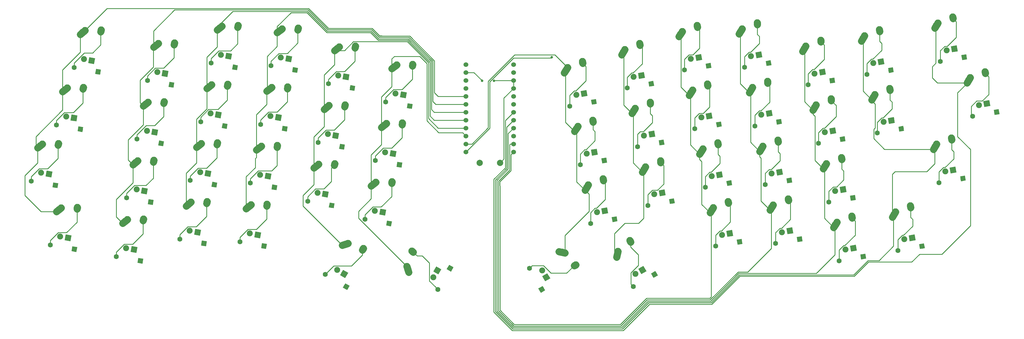
<source format=gtl>
G04 #@! TF.GenerationSoftware,KiCad,Pcbnew,(5.1.4-0-10_14)*
G04 #@! TF.CreationDate,2022-04-16T14:17:43-04:00*
G04 #@! TF.ProjectId,keyboard,6b657962-6f61-4726-942e-6b696361645f,rev?*
G04 #@! TF.SameCoordinates,Original*
G04 #@! TF.FileFunction,Copper,L1,Top*
G04 #@! TF.FilePolarity,Positive*
%FSLAX46Y46*%
G04 Gerber Fmt 4.6, Leading zero omitted, Abs format (unit mm)*
G04 Created by KiCad (PCBNEW (5.1.4-0-10_14)) date 2022-04-16 14:17:43*
%MOMM*%
%LPD*%
G04 APERTURE LIST*
%ADD10C,2.000000*%
%ADD11C,1.905000*%
%ADD12C,0.100000*%
%ADD13C,2.250000*%
%ADD14C,2.250000*%
%ADD15C,1.600000*%
%ADD16C,1.524000*%
%ADD17C,0.800000*%
%ADD18C,0.250000*%
G04 APERTURE END LIST*
D10*
X207626800Y-93726000D03*
X214126800Y-93726000D03*
D11*
X139976441Y-97960898D03*
D12*
G36*
X138873012Y-98733527D02*
G01*
X139203812Y-96857469D01*
X141079870Y-97188269D01*
X140749070Y-99064327D01*
X138873012Y-98733527D01*
X138873012Y-98733527D01*
G37*
D11*
X137475029Y-97519831D03*
D13*
X137840441Y-88364190D03*
X137068630Y-88969360D03*
D14*
X136296817Y-89574530D02*
X137840443Y-88364190D01*
D13*
X142991412Y-88175784D03*
X142921358Y-88457906D03*
D14*
X142851304Y-88740027D02*
X142991412Y-88175785D01*
D11*
X359392027Y-57264954D03*
D12*
G36*
X358619398Y-58368383D02*
G01*
X358288598Y-56492325D01*
X360164656Y-56161525D01*
X360495456Y-58037583D01*
X358619398Y-58368383D01*
X358619398Y-58368383D01*
G37*
D11*
X356890615Y-57706021D03*
D13*
X354102576Y-48977553D03*
X353584291Y-49810203D03*
D14*
X353066004Y-50642852D02*
X354102578Y-48977554D01*
D13*
X358878467Y-47038774D03*
X358909129Y-47327842D03*
D14*
X358939791Y-47616909D02*
X358878467Y-47038775D01*
D11*
X164306652Y-129231809D03*
D12*
G36*
X163005513Y-129580448D02*
G01*
X163958013Y-127930670D01*
X165607791Y-128883170D01*
X164655291Y-130532948D01*
X163005513Y-129580448D01*
X163005513Y-129580448D01*
G37*
D11*
X162106948Y-127961809D03*
D13*
X165581736Y-119483298D03*
X164649490Y-119787997D03*
D14*
X163717243Y-120092695D02*
X165581737Y-119483299D01*
D13*
X170486505Y-121067991D03*
X170324185Y-121309139D03*
D14*
X170161864Y-121550286D02*
X170486506Y-121067992D01*
D11*
X176629377Y-109500932D03*
D12*
G36*
X175525948Y-110273561D02*
G01*
X175856748Y-108397503D01*
X177732806Y-108728303D01*
X177402006Y-110604361D01*
X175525948Y-110273561D01*
X175525948Y-110273561D01*
G37*
D11*
X174127965Y-109059865D03*
D13*
X174493377Y-99904224D03*
X173721566Y-100509394D03*
D14*
X172949753Y-101114564D02*
X174493379Y-99904224D01*
D13*
X179644348Y-99715818D03*
X179574294Y-99997940D03*
D14*
X179504240Y-100280061D02*
X179644348Y-99715819D01*
D11*
X97150315Y-121430779D03*
D12*
G36*
X96046886Y-122203408D02*
G01*
X96377686Y-120327350D01*
X98253744Y-120658150D01*
X97922944Y-122534208D01*
X96046886Y-122203408D01*
X96046886Y-122203408D01*
G37*
D11*
X94648903Y-120989712D03*
D13*
X95014315Y-111834071D03*
X94242504Y-112439241D03*
D14*
X93470691Y-113044411D02*
X95014317Y-111834071D01*
D13*
X100165286Y-111645665D03*
X100095232Y-111927787D03*
D14*
X100025178Y-112209908D02*
X100165286Y-111645666D01*
D11*
X103766310Y-83909604D03*
D12*
G36*
X102662881Y-84682233D02*
G01*
X102993681Y-82806175D01*
X104869739Y-83136975D01*
X104538939Y-85013033D01*
X102662881Y-84682233D01*
X102662881Y-84682233D01*
G37*
D11*
X101264898Y-83468537D03*
D13*
X101630310Y-74312896D03*
X100858499Y-74918066D03*
D14*
X100086686Y-75523236D02*
X101630312Y-74312896D01*
D13*
X106781281Y-74124490D03*
X106711227Y-74406612D03*
D14*
X106641173Y-74688733D02*
X106781281Y-74124491D01*
D15*
X94815524Y-104899194D03*
X102497024Y-106253650D03*
D12*
G36*
X103423789Y-105604722D02*
G01*
X103145952Y-107180415D01*
X101570259Y-106902578D01*
X101848096Y-105326885D01*
X103423789Y-105604722D01*
X103423789Y-105604722D01*
G37*
D15*
X236469516Y-75563216D03*
X244151016Y-74208760D03*
D12*
G36*
X244799944Y-73281995D02*
G01*
X245077781Y-74857688D01*
X243502088Y-75135525D01*
X243224251Y-73559832D01*
X244799944Y-73281995D01*
X244799944Y-73281995D01*
G37*
D15*
X115138946Y-99343922D03*
X122820446Y-100698378D03*
D12*
G36*
X123747211Y-100049450D02*
G01*
X123469374Y-101625143D01*
X121893681Y-101347306D01*
X122171518Y-99771613D01*
X123747211Y-100049450D01*
X123747211Y-100049450D01*
G37*
D15*
X121754941Y-61822747D03*
X129436441Y-63177203D03*
D12*
G36*
X130363206Y-62528275D02*
G01*
X130085369Y-64103968D01*
X128509676Y-63826131D01*
X128787513Y-62250438D01*
X130363206Y-62528275D01*
X130363206Y-62528275D01*
G37*
D15*
X152660121Y-105959918D03*
X160341621Y-107314374D03*
D12*
G36*
X161268386Y-106665446D02*
G01*
X160990549Y-108241139D01*
X159414856Y-107963302D01*
X159692693Y-106387609D01*
X161268386Y-106665446D01*
X161268386Y-106665446D01*
G37*
D15*
X322564574Y-125014238D03*
X330246074Y-123659782D03*
D12*
G36*
X330895002Y-122733017D02*
G01*
X331172839Y-124308710D01*
X329597146Y-124586547D01*
X329319309Y-123010854D01*
X330895002Y-122733017D01*
X330895002Y-122733017D01*
G37*
D15*
X254795984Y-69793199D03*
X262477484Y-68438743D03*
D12*
G36*
X263126412Y-67511978D02*
G01*
X263404249Y-69087671D01*
X261828556Y-69365508D01*
X261550719Y-67789815D01*
X263126412Y-67511978D01*
X263126412Y-67511978D01*
G37*
D15*
X77980784Y-63243022D03*
X85662284Y-64597478D03*
D12*
G36*
X86589049Y-63948550D02*
G01*
X86311212Y-65524243D01*
X84735519Y-65246406D01*
X85013356Y-63670713D01*
X86589049Y-63948550D01*
X86589049Y-63948550D01*
G37*
D15*
X177602584Y-74208760D03*
X185284084Y-75563216D03*
D12*
G36*
X186210849Y-74914288D02*
G01*
X185933012Y-76489981D01*
X184357319Y-76212144D01*
X184635156Y-74636451D01*
X186210849Y-74914288D01*
X186210849Y-74914288D01*
G37*
D15*
X111830948Y-118104510D03*
X119512448Y-119458966D03*
D12*
G36*
X120439213Y-118810038D02*
G01*
X120161376Y-120385731D01*
X118585683Y-120107894D01*
X118863520Y-118532201D01*
X120439213Y-118810038D01*
X120439213Y-118810038D01*
G37*
D15*
X331401169Y-65424477D03*
X339082669Y-64070021D03*
D12*
G36*
X339731597Y-63143256D02*
G01*
X340009434Y-64718949D01*
X338433741Y-64996786D01*
X338155904Y-63421093D01*
X339731597Y-63143256D01*
X339731597Y-63143256D01*
G37*
D15*
X256756801Y-133296440D03*
X263511799Y-129396440D03*
D12*
G36*
X263804619Y-128303620D02*
G01*
X264604619Y-129689260D01*
X263218979Y-130489260D01*
X262418979Y-129103620D01*
X263804619Y-128303620D01*
X263804619Y-128303620D01*
G37*
D15*
X319256576Y-106253650D03*
X326938076Y-104899194D03*
D12*
G36*
X327587004Y-103972429D02*
G01*
X327864841Y-105548122D01*
X326289148Y-105825959D01*
X326011311Y-104250266D01*
X327587004Y-103972429D01*
X327587004Y-103972429D01*
G37*
D15*
X64329568Y-99523698D03*
X72011068Y-100878154D03*
D12*
G36*
X72937833Y-100229226D02*
G01*
X72659996Y-101804919D01*
X71084303Y-101527082D01*
X71362140Y-99951389D01*
X72937833Y-100229226D01*
X72937833Y-100229226D01*
G37*
D15*
X354432679Y-100051154D03*
X362114179Y-98696698D03*
D12*
G36*
X362763107Y-97769933D02*
G01*
X363040944Y-99345626D01*
X361465251Y-99623463D01*
X361187414Y-98047770D01*
X362763107Y-97769933D01*
X362763107Y-97769933D01*
G37*
D15*
X315948579Y-87493063D03*
X323630079Y-86138607D03*
D12*
G36*
X324279007Y-85211842D02*
G01*
X324556844Y-86787535D01*
X322981151Y-87065372D01*
X322703314Y-85489679D01*
X324279007Y-85211842D01*
X324279007Y-85211842D01*
G37*
D15*
X118446944Y-80583335D03*
X126128444Y-81937791D03*
D12*
G36*
X127055209Y-81288863D02*
G01*
X126777372Y-82864556D01*
X125201679Y-82586719D01*
X125479516Y-81011026D01*
X127055209Y-81288863D01*
X127055209Y-81288863D01*
G37*
D15*
X341325162Y-121706240D03*
X349006662Y-120351784D03*
D12*
G36*
X349655590Y-119425019D02*
G01*
X349933427Y-121000712D01*
X348357734Y-121278549D01*
X348079897Y-119702856D01*
X349655590Y-119425019D01*
X349655590Y-119425019D01*
G37*
D15*
X159276116Y-68438743D03*
X166957616Y-69793199D03*
D12*
G36*
X167884381Y-69144271D02*
G01*
X167606544Y-70719964D01*
X166030851Y-70442127D01*
X166308688Y-68866434D01*
X167884381Y-69144271D01*
X167884381Y-69144271D01*
G37*
D15*
X334709167Y-84185065D03*
X342390667Y-82830609D03*
D12*
G36*
X343039595Y-81903844D02*
G01*
X343317432Y-83479537D01*
X341741739Y-83757374D01*
X341463902Y-82181681D01*
X343039595Y-81903844D01*
X343039595Y-81903844D01*
G37*
D15*
X101431519Y-67378019D03*
X109113019Y-68732475D03*
D12*
G36*
X110039784Y-68083547D02*
G01*
X109761947Y-69659240D01*
X108186254Y-69381403D01*
X108464091Y-67805710D01*
X110039784Y-68083547D01*
X110039784Y-68083547D01*
G37*
D15*
X312640581Y-68732475D03*
X320322081Y-67378019D03*
D12*
G36*
X320971009Y-66451254D02*
G01*
X321248846Y-68026947D01*
X319673153Y-68304784D01*
X319395316Y-66729091D01*
X320971009Y-66451254D01*
X320971009Y-66451254D01*
G37*
D15*
X292317159Y-63177203D03*
X299998659Y-61822747D03*
D12*
G36*
X300647587Y-60895982D02*
G01*
X300925424Y-62471675D01*
X299349731Y-62749512D01*
X299071894Y-61173819D01*
X300647587Y-60895982D01*
X300647587Y-60895982D01*
G37*
D15*
X243085511Y-113084391D03*
X250767011Y-111729935D03*
D12*
G36*
X251415939Y-110803170D02*
G01*
X251693776Y-112378863D01*
X250118083Y-112656700D01*
X249840246Y-111081007D01*
X251415939Y-110803170D01*
X251415939Y-110803170D01*
G37*
D15*
X131025655Y-118950489D03*
X138707155Y-120304945D03*
D12*
G36*
X139633920Y-119656017D02*
G01*
X139356083Y-121231710D01*
X137780390Y-120953873D01*
X138058227Y-119378180D01*
X139633920Y-119656017D01*
X139633920Y-119656017D01*
G37*
D15*
X261411979Y-107314374D03*
X269093479Y-105959918D03*
D12*
G36*
X269742407Y-105033153D02*
G01*
X270020244Y-106608846D01*
X268444551Y-106886683D01*
X268166714Y-105310990D01*
X269742407Y-105033153D01*
X269742407Y-105033153D01*
G37*
D15*
X283046445Y-120304945D03*
X290727945Y-118950489D03*
D12*
G36*
X291376873Y-118023724D02*
G01*
X291654710Y-119599417D01*
X290079017Y-119877254D01*
X289801180Y-118301561D01*
X291376873Y-118023724D01*
X291376873Y-118023724D01*
G37*
D15*
X295625157Y-81937791D03*
X303306657Y-80583335D03*
D12*
G36*
X303955585Y-79656570D02*
G01*
X304233422Y-81232263D01*
X302657729Y-81510100D01*
X302379892Y-79934407D01*
X303955585Y-79656570D01*
X303955585Y-79656570D01*
G37*
D15*
X276430450Y-82783770D03*
X284111950Y-81429314D03*
D12*
G36*
X284760878Y-80502549D02*
G01*
X285038715Y-82078242D01*
X283463022Y-82356079D01*
X283185185Y-80780386D01*
X284760878Y-80502549D01*
X284760878Y-80502549D01*
G37*
D15*
X258103982Y-88553787D03*
X265785482Y-87199331D03*
D12*
G36*
X266434410Y-86272566D02*
G01*
X266712247Y-87848259D01*
X265136554Y-88126096D01*
X264858717Y-86550403D01*
X266434410Y-86272566D01*
X266434410Y-86272566D01*
G37*
D15*
X273122452Y-64023182D03*
X280803952Y-62668726D03*
D12*
G36*
X281452880Y-61741961D02*
G01*
X281730717Y-63317654D01*
X280155024Y-63595491D01*
X279877187Y-62019798D01*
X281452880Y-61741961D01*
X281452880Y-61741961D01*
G37*
D15*
X239777514Y-94323804D03*
X247459014Y-92969348D03*
D12*
G36*
X248107942Y-92042583D02*
G01*
X248385779Y-93618276D01*
X246810086Y-93896113D01*
X246532249Y-92320420D01*
X248107942Y-92042583D01*
X248107942Y-92042583D01*
G37*
D15*
X174294587Y-92969348D03*
X181976087Y-94323804D03*
D12*
G36*
X182902852Y-93674876D02*
G01*
X182625015Y-95250569D01*
X181049322Y-94972732D01*
X181327159Y-93397039D01*
X182902852Y-93674876D01*
X182902852Y-93674876D01*
G37*
D15*
X155968119Y-87199331D03*
X163649619Y-88553787D03*
D12*
G36*
X164576384Y-87904859D02*
G01*
X164298547Y-89480552D01*
X162722854Y-89202715D01*
X163000691Y-87627022D01*
X164576384Y-87904859D01*
X164576384Y-87904859D01*
G37*
D15*
X365195122Y-78809569D03*
X372876622Y-77455113D03*
D12*
G36*
X373525550Y-76528348D02*
G01*
X373803387Y-78104041D01*
X372227694Y-78381878D01*
X371949857Y-76806185D01*
X373525550Y-76528348D01*
X373525550Y-76528348D01*
G37*
D15*
X140949648Y-62668726D03*
X148631148Y-64023182D03*
D12*
G36*
X149557913Y-63374254D02*
G01*
X149280076Y-64949947D01*
X147704383Y-64672110D01*
X147982220Y-63096417D01*
X149557913Y-63374254D01*
X149557913Y-63374254D01*
G37*
D15*
X302241152Y-119458966D03*
X309922652Y-118104510D03*
D12*
G36*
X310571580Y-117177745D02*
G01*
X310849417Y-118753438D01*
X309273724Y-119031275D01*
X308995887Y-117455582D01*
X310571580Y-117177745D01*
X310571580Y-117177745D01*
G37*
D15*
X298933154Y-100698378D03*
X306614654Y-99343922D03*
D12*
G36*
X307263582Y-98417157D02*
G01*
X307541419Y-99992850D01*
X305965726Y-100270687D01*
X305687889Y-98694994D01*
X307263582Y-98417157D01*
X307263582Y-98417157D01*
G37*
D15*
X137641651Y-81429314D03*
X145323151Y-82783770D03*
D12*
G36*
X146249916Y-82134842D02*
G01*
X145972079Y-83710535D01*
X144396386Y-83432698D01*
X144674223Y-81857005D01*
X146249916Y-82134842D01*
X146249916Y-82134842D01*
G37*
D15*
X70401865Y-119938285D03*
X78083365Y-121292741D03*
D12*
G36*
X79010130Y-120643813D02*
G01*
X78732293Y-122219506D01*
X77156600Y-121941669D01*
X77434437Y-120365976D01*
X79010130Y-120643813D01*
X79010130Y-120643813D01*
G37*
D15*
X194268347Y-134169132D03*
X198168347Y-127414134D03*
D12*
G36*
X197875527Y-126321314D02*
G01*
X199261167Y-127121314D01*
X198461167Y-128506954D01*
X197075527Y-127706954D01*
X197875527Y-126321314D01*
X197875527Y-126321314D01*
G37*
D15*
X279738447Y-101544357D03*
X287419947Y-100189901D03*
D12*
G36*
X288068875Y-99263136D02*
G01*
X288346712Y-100838829D01*
X286771019Y-101116666D01*
X286493182Y-99540973D01*
X288068875Y-99263136D01*
X288068875Y-99263136D01*
G37*
D15*
X72327713Y-81590110D03*
X80009213Y-82944566D03*
D12*
G36*
X80935978Y-82295638D02*
G01*
X80658141Y-83871331D01*
X79082448Y-83593494D01*
X79360285Y-82017801D01*
X80935978Y-82295638D01*
X80935978Y-82295638D01*
G37*
D15*
X134333653Y-100189901D03*
X142015153Y-101544357D03*
D12*
G36*
X142941918Y-100895429D02*
G01*
X142664081Y-102471122D01*
X141088388Y-102193285D01*
X141366225Y-100617592D01*
X142941918Y-100895429D01*
X142941918Y-100895429D01*
G37*
D15*
X354851904Y-61289480D03*
X362533404Y-59935024D03*
D12*
G36*
X363182332Y-59008259D02*
G01*
X363460169Y-60583952D01*
X361884476Y-60861789D01*
X361606639Y-59286096D01*
X363182332Y-59008259D01*
X363182332Y-59008259D01*
G37*
D15*
X158241801Y-129396440D03*
X164996799Y-133296440D03*
D12*
G36*
X166089619Y-133003620D02*
G01*
X165289619Y-134389260D01*
X163903979Y-133589260D01*
X164703979Y-132203620D01*
X166089619Y-133003620D01*
X166089619Y-133003620D01*
G37*
D15*
X170986589Y-111729935D03*
X178668089Y-113084391D03*
D12*
G36*
X179594854Y-112435463D02*
G01*
X179317017Y-114011156D01*
X177741324Y-113733319D01*
X178019161Y-112157626D01*
X179594854Y-112435463D01*
X179594854Y-112435463D01*
G37*
D15*
X91507526Y-123659782D03*
X99189026Y-125014238D03*
D12*
G36*
X100115791Y-124365310D02*
G01*
X99837954Y-125941003D01*
X98262261Y-125663166D01*
X98540098Y-124087473D01*
X100115791Y-124365310D01*
X100115791Y-124365310D01*
G37*
D15*
X223585253Y-127414134D03*
X227485253Y-134169132D03*
D12*
G36*
X228578073Y-134461952D02*
G01*
X227192433Y-135261952D01*
X226392433Y-133876312D01*
X227778073Y-133076312D01*
X228578073Y-134461952D01*
X228578073Y-134461952D01*
G37*
D15*
X98123522Y-86138607D03*
X105805022Y-87493063D03*
D12*
G36*
X106731787Y-86844135D02*
G01*
X106453950Y-88419828D01*
X104878257Y-88141991D01*
X105156094Y-86566298D01*
X106731787Y-86844135D01*
X106731787Y-86844135D01*
G37*
D11*
X107074308Y-65149016D03*
D12*
G36*
X105970879Y-65921645D02*
G01*
X106301679Y-64045587D01*
X108177737Y-64376387D01*
X107846937Y-66252445D01*
X105970879Y-65921645D01*
X105970879Y-65921645D01*
G37*
D11*
X104572896Y-64707949D03*
D13*
X104938308Y-55552308D03*
X104166497Y-56157478D03*
D14*
X103394684Y-56762648D02*
X104938310Y-55552308D01*
D13*
X110089279Y-55363902D03*
X110019225Y-55646024D03*
D14*
X109949171Y-55928145D02*
X110089279Y-55363903D01*
D11*
X194103716Y-128104281D03*
D12*
G36*
X194452355Y-129405420D02*
G01*
X192802577Y-128452920D01*
X193755077Y-126803142D01*
X195404855Y-127755642D01*
X194452355Y-129405420D01*
X194452355Y-129405420D01*
G37*
D11*
X192833716Y-130303985D03*
D13*
X184355205Y-126829197D03*
X184659904Y-127761443D03*
D14*
X184964602Y-128693690D02*
X184355206Y-126829196D01*
D13*
X185939898Y-121924428D03*
X186181046Y-122086748D03*
D14*
X186422193Y-122249069D02*
X185939899Y-121924427D01*
D11*
X228919884Y-130303985D03*
D12*
G36*
X227618745Y-129955346D02*
G01*
X229268523Y-129002846D01*
X230221023Y-130652624D01*
X228571245Y-131605124D01*
X227618745Y-129955346D01*
X227618745Y-129955346D01*
G37*
D11*
X227649884Y-128104281D03*
D13*
X234898395Y-122499069D03*
X233938697Y-122296823D03*
D14*
X232978998Y-122094576D02*
X234898396Y-122499070D01*
D13*
X238353702Y-126323838D03*
X238092555Y-126451517D03*
D14*
X237831407Y-126579197D02*
X238353703Y-126323837D01*
D11*
X345865285Y-117681714D03*
D12*
G36*
X345092656Y-118785143D02*
G01*
X344761856Y-116909085D01*
X346637914Y-116578285D01*
X346968714Y-118454343D01*
X345092656Y-118785143D01*
X345092656Y-118785143D01*
G37*
D11*
X343363873Y-118122781D03*
D13*
X340575834Y-109394313D03*
X340057549Y-110226963D03*
D14*
X339539262Y-111059612D02*
X340575836Y-109394314D01*
D13*
X345351725Y-107455534D03*
X345382387Y-107744602D03*
D14*
X345413049Y-108033669D02*
X345351725Y-107455535D01*
D16*
X203268200Y-62278400D03*
X203268200Y-64818400D03*
X203268200Y-67358400D03*
X203268200Y-69898400D03*
X203268200Y-72438400D03*
X203268200Y-74978400D03*
X203268200Y-77518400D03*
X203268200Y-80058400D03*
X203268200Y-82598400D03*
X203268200Y-85138400D03*
X203268200Y-87678400D03*
X203268200Y-90218400D03*
X218488200Y-90218400D03*
X218488200Y-87678400D03*
X218488200Y-85138400D03*
X218488200Y-82598400D03*
X218488200Y-80058400D03*
X218488200Y-77518400D03*
X218488200Y-74978400D03*
X218488200Y-72438400D03*
X218488200Y-69898400D03*
X218488200Y-67358400D03*
X218488200Y-64818400D03*
X218488200Y-62278400D03*
D11*
X100458312Y-102670191D03*
D12*
G36*
X99354883Y-103442820D02*
G01*
X99685683Y-101566762D01*
X101561741Y-101897562D01*
X101230941Y-103773620D01*
X99354883Y-103442820D01*
X99354883Y-103442820D01*
G37*
D11*
X97956900Y-102229124D03*
D13*
X98322312Y-93073483D03*
X97550501Y-93678653D03*
D14*
X96778688Y-94283823D02*
X98322314Y-93073483D01*
D13*
X103473283Y-92885077D03*
X103403229Y-93167199D03*
D14*
X103333175Y-93449320D02*
X103473283Y-92885078D01*
D11*
X241009639Y-71538690D03*
D12*
G36*
X240237010Y-72642119D02*
G01*
X239906210Y-70766061D01*
X241782268Y-70435261D01*
X242113068Y-72311319D01*
X240237010Y-72642119D01*
X240237010Y-72642119D01*
G37*
D11*
X238508227Y-71979757D03*
D13*
X235720188Y-63251289D03*
X235201903Y-64083939D03*
D14*
X234683616Y-64916588D02*
X235720190Y-63251290D01*
D13*
X240496079Y-61312510D03*
X240526741Y-61601578D03*
D14*
X240557403Y-61890645D02*
X240496079Y-61312511D01*
D11*
X120781734Y-97114919D03*
D12*
G36*
X119678305Y-97887548D02*
G01*
X120009105Y-96011490D01*
X121885163Y-96342290D01*
X121554363Y-98218348D01*
X119678305Y-97887548D01*
X119678305Y-97887548D01*
G37*
D11*
X118280322Y-96673852D03*
D13*
X118645734Y-87518211D03*
X117873923Y-88123381D03*
D14*
X117102110Y-88728551D02*
X118645736Y-87518211D01*
D13*
X123796705Y-87329805D03*
X123726651Y-87611927D03*
D14*
X123656597Y-87894048D02*
X123796705Y-87329806D01*
D11*
X127397730Y-59593744D03*
D12*
G36*
X126294301Y-60366373D02*
G01*
X126625101Y-58490315D01*
X128501159Y-58821115D01*
X128170359Y-60697173D01*
X126294301Y-60366373D01*
X126294301Y-60366373D01*
G37*
D11*
X124896318Y-59152677D03*
D13*
X125261730Y-49997036D03*
X124489919Y-50602206D03*
D14*
X123718106Y-51207376D02*
X125261732Y-49997036D01*
D13*
X130412701Y-49808630D03*
X130342647Y-50090752D03*
D14*
X130272593Y-50372873D02*
X130412701Y-49808631D01*
D11*
X158302909Y-103730915D03*
D12*
G36*
X157199480Y-104503544D02*
G01*
X157530280Y-102627486D01*
X159406338Y-102958286D01*
X159075538Y-104834344D01*
X157199480Y-104503544D01*
X157199480Y-104503544D01*
G37*
D11*
X155801497Y-103289848D03*
D13*
X156166909Y-94134207D03*
X155395098Y-94739377D03*
D14*
X154623285Y-95344547D02*
X156166911Y-94134207D01*
D13*
X161317880Y-93945801D03*
X161247826Y-94227923D03*
D14*
X161177772Y-94510044D02*
X161317880Y-93945802D01*
D11*
X327104697Y-120989712D03*
D12*
G36*
X326332068Y-122093141D02*
G01*
X326001268Y-120217083D01*
X327877326Y-119886283D01*
X328208126Y-121762341D01*
X326332068Y-122093141D01*
X326332068Y-122093141D01*
G37*
D11*
X324603285Y-121430779D03*
D13*
X321815246Y-112702311D03*
X321296961Y-113534961D03*
D14*
X320778674Y-114367610D02*
X321815248Y-112702312D01*
D13*
X326591137Y-110763532D03*
X326621799Y-111052600D03*
D14*
X326652461Y-111341667D02*
X326591137Y-110763533D01*
D11*
X259336107Y-65768673D03*
D12*
G36*
X258563478Y-66872102D02*
G01*
X258232678Y-64996044D01*
X260108736Y-64665244D01*
X260439536Y-66541302D01*
X258563478Y-66872102D01*
X258563478Y-66872102D01*
G37*
D11*
X256834695Y-66209740D03*
D13*
X254046656Y-57481272D03*
X253528371Y-58313922D03*
D14*
X253010084Y-59146571D02*
X254046658Y-57481273D01*
D13*
X258822547Y-55542493D03*
X258853209Y-55831561D03*
D14*
X258883871Y-56120628D02*
X258822547Y-55542494D01*
D11*
X83623573Y-61014019D03*
D12*
G36*
X82520144Y-61786648D02*
G01*
X82850944Y-59910590D01*
X84727002Y-60241390D01*
X84396202Y-62117448D01*
X82520144Y-61786648D01*
X82520144Y-61786648D01*
G37*
D11*
X81122161Y-60572952D03*
D13*
X81487573Y-51417311D03*
X80715762Y-52022481D03*
D14*
X79943949Y-52627651D02*
X81487575Y-51417311D01*
D13*
X86638544Y-51228905D03*
X86568490Y-51511027D03*
D14*
X86498436Y-51793148D02*
X86638544Y-51228906D01*
D11*
X183245373Y-71979757D03*
D12*
G36*
X182141944Y-72752386D02*
G01*
X182472744Y-70876328D01*
X184348802Y-71207128D01*
X184018002Y-73083186D01*
X182141944Y-72752386D01*
X182141944Y-72752386D01*
G37*
D11*
X180743961Y-71538690D03*
D13*
X181109373Y-62383049D03*
X180337562Y-62988219D03*
D14*
X179565749Y-63593389D02*
X181109375Y-62383049D01*
D13*
X186260344Y-62194643D03*
X186190290Y-62476765D03*
D14*
X186120236Y-62758886D02*
X186260344Y-62194644D01*
D11*
X117473737Y-115875507D03*
D12*
G36*
X116370308Y-116648136D02*
G01*
X116701108Y-114772078D01*
X118577166Y-115102878D01*
X118246366Y-116978936D01*
X116370308Y-116648136D01*
X116370308Y-116648136D01*
G37*
D11*
X114972325Y-115434440D03*
D13*
X115337737Y-106278799D03*
X114565926Y-106883969D03*
D14*
X113794113Y-107489139D02*
X115337739Y-106278799D01*
D13*
X120488708Y-106090393D03*
X120418654Y-106372515D03*
D14*
X120348600Y-106654636D02*
X120488708Y-106090394D01*
D11*
X335941292Y-61399951D03*
D12*
G36*
X335168663Y-62503380D02*
G01*
X334837863Y-60627322D01*
X336713921Y-60296522D01*
X337044721Y-62172580D01*
X335168663Y-62503380D01*
X335168663Y-62503380D01*
G37*
D11*
X333439880Y-61841018D03*
D13*
X330651841Y-53112550D03*
X330133556Y-53945200D03*
D14*
X329615269Y-54777849D02*
X330651843Y-53112551D01*
D13*
X335427732Y-51173771D03*
X335458394Y-51462839D03*
D14*
X335489056Y-51751906D02*
X335427732Y-51173772D01*
D11*
X259646652Y-127961809D03*
D12*
G36*
X259298013Y-129262948D02*
G01*
X258345513Y-127613170D01*
X259995291Y-126660670D01*
X260947791Y-128310448D01*
X259298013Y-129262948D01*
X259298013Y-129262948D01*
G37*
D11*
X257446948Y-129231809D03*
D13*
X251841736Y-121983298D03*
X251639490Y-122942996D03*
D14*
X251437243Y-123902695D02*
X251841737Y-121983297D01*
D13*
X255666505Y-118527991D03*
X255794184Y-118789138D03*
D14*
X255921864Y-119050286D02*
X255666504Y-118527990D01*
D11*
X323796700Y-102229124D03*
D12*
G36*
X323024071Y-103332553D02*
G01*
X322693271Y-101456495D01*
X324569329Y-101125695D01*
X324900129Y-103001753D01*
X323024071Y-103332553D01*
X323024071Y-103332553D01*
G37*
D11*
X321295288Y-102670191D03*
D13*
X318507249Y-93941723D03*
X317988964Y-94774373D03*
D14*
X317470677Y-95607022D02*
X318507251Y-93941724D01*
D13*
X323283140Y-92002944D03*
X323313802Y-92292012D03*
D14*
X323344464Y-92581079D02*
X323283140Y-92002945D01*
D11*
X69972357Y-97294695D03*
D12*
G36*
X68868928Y-98067324D02*
G01*
X69199728Y-96191266D01*
X71075786Y-96522066D01*
X70744986Y-98398124D01*
X68868928Y-98067324D01*
X68868928Y-98067324D01*
G37*
D11*
X67470945Y-96853628D03*
D13*
X67836357Y-87697987D03*
X67064546Y-88303157D03*
D14*
X66292733Y-88908327D02*
X67836359Y-87697987D01*
D13*
X72987328Y-87509581D03*
X72917274Y-87791703D03*
D14*
X72847220Y-88073824D02*
X72987328Y-87509582D01*
D11*
X358972802Y-96026628D03*
D12*
G36*
X358200173Y-97130057D02*
G01*
X357869373Y-95253999D01*
X359745431Y-94923199D01*
X360076231Y-96799257D01*
X358200173Y-97130057D01*
X358200173Y-97130057D01*
G37*
D11*
X356471390Y-96467695D03*
D13*
X353683351Y-87739227D03*
X353165066Y-88571877D03*
D14*
X352646779Y-89404526D02*
X353683353Y-87739228D01*
D13*
X358459242Y-85800448D03*
X358489904Y-86089516D03*
D14*
X358520566Y-86378583D02*
X358459242Y-85800449D01*
D11*
X320488702Y-83468537D03*
D12*
G36*
X319716073Y-84571966D02*
G01*
X319385273Y-82695908D01*
X321261331Y-82365108D01*
X321592131Y-84241166D01*
X319716073Y-84571966D01*
X319716073Y-84571966D01*
G37*
D11*
X317987290Y-83909604D03*
D13*
X315199251Y-75181136D03*
X314680966Y-76013786D03*
D14*
X314162679Y-76846435D02*
X315199253Y-75181137D01*
D13*
X319975142Y-73242357D03*
X320005804Y-73531425D03*
D14*
X320036466Y-73820492D02*
X319975142Y-73242358D01*
D11*
X124089732Y-78354332D03*
D12*
G36*
X122986303Y-79126961D02*
G01*
X123317103Y-77250903D01*
X125193161Y-77581703D01*
X124862361Y-79457761D01*
X122986303Y-79126961D01*
X122986303Y-79126961D01*
G37*
D11*
X121588320Y-77913265D03*
D13*
X121953732Y-68757624D03*
X121181921Y-69362794D03*
D14*
X120410108Y-69967964D02*
X121953734Y-68757624D01*
D13*
X127104703Y-68569218D03*
X127034649Y-68851340D03*
D14*
X126964595Y-69133461D02*
X127104703Y-68569219D01*
D11*
X164918905Y-66209740D03*
D12*
G36*
X163815476Y-66982369D02*
G01*
X164146276Y-65106311D01*
X166022334Y-65437111D01*
X165691534Y-67313169D01*
X163815476Y-66982369D01*
X163815476Y-66982369D01*
G37*
D11*
X162417493Y-65768673D03*
D13*
X162782905Y-56613032D03*
X162011094Y-57218202D03*
D14*
X161239281Y-57823372D02*
X162782907Y-56613032D01*
D13*
X167933876Y-56424626D03*
X167863822Y-56706748D03*
D14*
X167793768Y-56988869D02*
X167933876Y-56424627D01*
D11*
X339249290Y-80160539D03*
D12*
G36*
X338476661Y-81263968D02*
G01*
X338145861Y-79387910D01*
X340021919Y-79057110D01*
X340352719Y-80933168D01*
X338476661Y-81263968D01*
X338476661Y-81263968D01*
G37*
D11*
X336747878Y-80601606D03*
D13*
X333959839Y-71873138D03*
X333441554Y-72705788D03*
D14*
X332923267Y-73538437D02*
X333959841Y-71873139D01*
D13*
X338735730Y-69934359D03*
X338766392Y-70223427D03*
D14*
X338797054Y-70512494D02*
X338735730Y-69934360D01*
D11*
X317180704Y-64707949D03*
D12*
G36*
X316408075Y-65811378D02*
G01*
X316077275Y-63935320D01*
X317953333Y-63604520D01*
X318284133Y-65480578D01*
X316408075Y-65811378D01*
X316408075Y-65811378D01*
G37*
D11*
X314679292Y-65149016D03*
D13*
X311891253Y-56420548D03*
X311372968Y-57253198D03*
D14*
X310854681Y-58085847D02*
X311891255Y-56420549D01*
D13*
X316667144Y-54481769D03*
X316697806Y-54770837D03*
D14*
X316728468Y-55059904D02*
X316667144Y-54481770D01*
D11*
X296857282Y-59152677D03*
D12*
G36*
X296084653Y-60256106D02*
G01*
X295753853Y-58380048D01*
X297629911Y-58049248D01*
X297960711Y-59925306D01*
X296084653Y-60256106D01*
X296084653Y-60256106D01*
G37*
D11*
X294355870Y-59593744D03*
D13*
X291567831Y-50865276D03*
X291049546Y-51697926D03*
D14*
X290531259Y-52530575D02*
X291567833Y-50865277D01*
D13*
X296343722Y-48926497D03*
X296374384Y-49215565D03*
D14*
X296405046Y-49504632D02*
X296343722Y-48926498D01*
D11*
X247625635Y-109059865D03*
D12*
G36*
X246853006Y-110163294D02*
G01*
X246522206Y-108287236D01*
X248398264Y-107956436D01*
X248729064Y-109832494D01*
X246853006Y-110163294D01*
X246853006Y-110163294D01*
G37*
D11*
X245124223Y-109500932D03*
D13*
X242336184Y-100772464D03*
X241817899Y-101605114D03*
D14*
X241299612Y-102437763D02*
X242336186Y-100772465D01*
D13*
X247112075Y-98833685D03*
X247142737Y-99122753D03*
D14*
X247173399Y-99411820D02*
X247112075Y-98833686D01*
D11*
X136668444Y-116721486D03*
D12*
G36*
X135565015Y-117494115D02*
G01*
X135895815Y-115618057D01*
X137771873Y-115948857D01*
X137441073Y-117824915D01*
X135565015Y-117494115D01*
X135565015Y-117494115D01*
G37*
D11*
X134167032Y-116280419D03*
D13*
X134532444Y-107124778D03*
X133760633Y-107729948D03*
D14*
X132988820Y-108335118D02*
X134532446Y-107124778D01*
D13*
X139683415Y-106936372D03*
X139613361Y-107218494D03*
D14*
X139543307Y-107500615D02*
X139683415Y-106936373D01*
D11*
X265952103Y-103289848D03*
D12*
G36*
X265179474Y-104393277D02*
G01*
X264848674Y-102517219D01*
X266724732Y-102186419D01*
X267055532Y-104062477D01*
X265179474Y-104393277D01*
X265179474Y-104393277D01*
G37*
D11*
X263450691Y-103730915D03*
D13*
X260662652Y-95002447D03*
X260144367Y-95835097D03*
D14*
X259626080Y-96667746D02*
X260662654Y-95002448D01*
D13*
X265438543Y-93063668D03*
X265469205Y-93352736D03*
D14*
X265499867Y-93641803D02*
X265438543Y-93063669D01*
D11*
X287586568Y-116280419D03*
D12*
G36*
X286813939Y-117383848D02*
G01*
X286483139Y-115507790D01*
X288359197Y-115176990D01*
X288689997Y-117053048D01*
X286813939Y-117383848D01*
X286813939Y-117383848D01*
G37*
D11*
X285085156Y-116721486D03*
D13*
X282297117Y-107993018D03*
X281778832Y-108825668D03*
D14*
X281260545Y-109658317D02*
X282297119Y-107993019D01*
D13*
X287073008Y-106054239D03*
X287103670Y-106343307D03*
D14*
X287134332Y-106632374D02*
X287073008Y-106054240D01*
D11*
X300165280Y-77913265D03*
D12*
G36*
X299392651Y-79016694D02*
G01*
X299061851Y-77140636D01*
X300937909Y-76809836D01*
X301268709Y-78685894D01*
X299392651Y-79016694D01*
X299392651Y-79016694D01*
G37*
D11*
X297663868Y-78354332D03*
D13*
X294875829Y-69625864D03*
X294357544Y-70458514D03*
D14*
X293839257Y-71291163D02*
X294875831Y-69625865D01*
D13*
X299651720Y-67687085D03*
X299682382Y-67976153D03*
D14*
X299713044Y-68265220D02*
X299651720Y-67687086D01*
D11*
X280970573Y-78759244D03*
D12*
G36*
X280197944Y-79862673D02*
G01*
X279867144Y-77986615D01*
X281743202Y-77655815D01*
X282074002Y-79531873D01*
X280197944Y-79862673D01*
X280197944Y-79862673D01*
G37*
D11*
X278469161Y-79200311D03*
D13*
X275681122Y-70471843D03*
X275162837Y-71304493D03*
D14*
X274644550Y-72137142D02*
X275681124Y-70471844D01*
D13*
X280457013Y-68533064D03*
X280487675Y-68822132D03*
D14*
X280518337Y-69111199D02*
X280457013Y-68533065D01*
D11*
X262644105Y-84529261D03*
D12*
G36*
X261871476Y-85632690D02*
G01*
X261540676Y-83756632D01*
X263416734Y-83425832D01*
X263747534Y-85301890D01*
X261871476Y-85632690D01*
X261871476Y-85632690D01*
G37*
D11*
X260142693Y-84970328D03*
D13*
X257354654Y-76241860D03*
X256836369Y-77074510D03*
D14*
X256318082Y-77907159D02*
X257354656Y-76241861D01*
D13*
X262130545Y-74303081D03*
X262161207Y-74592149D03*
D14*
X262191869Y-74881216D02*
X262130545Y-74303082D01*
D11*
X277662575Y-59998656D03*
D12*
G36*
X276889946Y-61102085D02*
G01*
X276559146Y-59226027D01*
X278435204Y-58895227D01*
X278766004Y-60771285D01*
X276889946Y-61102085D01*
X276889946Y-61102085D01*
G37*
D11*
X275161163Y-60439723D03*
D13*
X272373124Y-51711255D03*
X271854839Y-52543905D03*
D14*
X271336552Y-53376554D02*
X272373126Y-51711256D01*
D13*
X277149015Y-49772476D03*
X277179677Y-50061544D03*
D14*
X277210339Y-50350611D02*
X277149015Y-49772477D01*
D11*
X244317637Y-90299278D03*
D12*
G36*
X243545008Y-91402707D02*
G01*
X243214208Y-89526649D01*
X245090266Y-89195849D01*
X245421066Y-91071907D01*
X243545008Y-91402707D01*
X243545008Y-91402707D01*
G37*
D11*
X241816225Y-90740345D03*
D13*
X239028186Y-82011877D03*
X238509901Y-82844527D03*
D14*
X237991614Y-83677176D02*
X239028188Y-82011878D01*
D13*
X243804077Y-80073098D03*
X243834739Y-80362166D03*
D14*
X243865401Y-80651233D02*
X243804077Y-80073099D01*
D11*
X179937375Y-90740345D03*
D12*
G36*
X178833946Y-91512974D02*
G01*
X179164746Y-89636916D01*
X181040804Y-89967716D01*
X180710004Y-91843774D01*
X178833946Y-91512974D01*
X178833946Y-91512974D01*
G37*
D11*
X177435963Y-90299278D03*
D13*
X177801375Y-81143637D03*
X177029564Y-81748807D03*
D14*
X176257751Y-82353977D02*
X177801377Y-81143637D01*
D13*
X182952346Y-80955231D03*
X182882292Y-81237353D03*
D14*
X182812238Y-81519474D02*
X182952346Y-80955232D01*
D11*
X161610907Y-84970328D03*
D12*
G36*
X160507478Y-85742957D02*
G01*
X160838278Y-83866899D01*
X162714336Y-84197699D01*
X162383536Y-86073757D01*
X160507478Y-85742957D01*
X160507478Y-85742957D01*
G37*
D11*
X159109495Y-84529261D03*
D13*
X159474907Y-75373620D03*
X158703096Y-75978790D03*
D14*
X157931283Y-76583960D02*
X159474909Y-75373620D01*
D13*
X164625878Y-75185214D03*
X164555824Y-75467336D03*
D14*
X164485770Y-75749457D02*
X164625878Y-75185215D01*
D11*
X369735245Y-74785043D03*
D12*
G36*
X368962616Y-75888472D02*
G01*
X368631816Y-74012414D01*
X370507874Y-73681614D01*
X370838674Y-75557672D01*
X368962616Y-75888472D01*
X368962616Y-75888472D01*
G37*
D11*
X367233833Y-75226110D03*
D13*
X364445794Y-66497642D03*
X363927509Y-67330292D03*
D14*
X363409222Y-68162941D02*
X364445796Y-66497643D01*
D13*
X369221685Y-64558863D03*
X369252347Y-64847931D03*
D14*
X369283009Y-65136998D02*
X369221685Y-64558864D01*
D11*
X146592437Y-60439723D03*
D12*
G36*
X145489008Y-61212352D02*
G01*
X145819808Y-59336294D01*
X147695866Y-59667094D01*
X147365066Y-61543152D01*
X145489008Y-61212352D01*
X145489008Y-61212352D01*
G37*
D11*
X144091025Y-59998656D03*
D13*
X144456437Y-50843015D03*
X143684626Y-51448185D03*
D14*
X142912813Y-52053355D02*
X144456439Y-50843015D01*
D13*
X149607408Y-50654609D03*
X149537354Y-50936731D03*
D14*
X149467300Y-51218852D02*
X149607408Y-50654610D01*
D11*
X306781275Y-115434440D03*
D12*
G36*
X306008646Y-116537869D02*
G01*
X305677846Y-114661811D01*
X307553904Y-114331011D01*
X307884704Y-116207069D01*
X306008646Y-116537869D01*
X306008646Y-116537869D01*
G37*
D11*
X304279863Y-115875507D03*
D13*
X301491824Y-107147039D03*
X300973539Y-107979689D03*
D14*
X300455252Y-108812338D02*
X301491826Y-107147040D01*
D13*
X306267715Y-105208260D03*
X306298377Y-105497328D03*
D14*
X306329039Y-105786395D02*
X306267715Y-105208261D01*
D11*
X303473278Y-96673852D03*
D12*
G36*
X302700649Y-97777281D02*
G01*
X302369849Y-95901223D01*
X304245907Y-95570423D01*
X304576707Y-97446481D01*
X302700649Y-97777281D01*
X302700649Y-97777281D01*
G37*
D11*
X300971866Y-97114919D03*
D13*
X298183827Y-88386451D03*
X297665542Y-89219101D03*
D14*
X297147255Y-90051750D02*
X298183829Y-88386452D01*
D13*
X302959718Y-86447672D03*
X302990380Y-86736740D03*
D14*
X303021042Y-87025807D02*
X302959718Y-86447673D01*
D11*
X143284439Y-79200311D03*
D12*
G36*
X142181010Y-79972940D02*
G01*
X142511810Y-78096882D01*
X144387868Y-78427682D01*
X144057068Y-80303740D01*
X142181010Y-79972940D01*
X142181010Y-79972940D01*
G37*
D11*
X140783027Y-78759244D03*
D13*
X141148439Y-69603603D03*
X140376628Y-70208773D03*
D14*
X139604815Y-70813943D02*
X141148441Y-69603603D01*
D13*
X146299410Y-69415197D03*
X146229356Y-69697319D03*
D14*
X146159302Y-69979440D02*
X146299410Y-69415198D01*
D11*
X76044654Y-117709282D03*
D12*
G36*
X74941225Y-118481911D02*
G01*
X75272025Y-116605853D01*
X77148083Y-116936653D01*
X76817283Y-118812711D01*
X74941225Y-118481911D01*
X74941225Y-118481911D01*
G37*
D11*
X73543242Y-117268215D03*
D13*
X73908654Y-108112574D03*
X73136843Y-108717744D03*
D14*
X72365030Y-109322914D02*
X73908656Y-108112574D01*
D13*
X79059625Y-107924168D03*
X78989571Y-108206290D03*
D14*
X78919517Y-108488411D02*
X79059625Y-107924169D01*
D11*
X284278571Y-97519831D03*
D12*
G36*
X283505942Y-98623260D02*
G01*
X283175142Y-96747202D01*
X285051200Y-96416402D01*
X285382000Y-98292460D01*
X283505942Y-98623260D01*
X283505942Y-98623260D01*
G37*
D11*
X281777159Y-97960898D03*
D13*
X278989120Y-89232430D03*
X278470835Y-90065080D03*
D14*
X277952548Y-90897729D02*
X278989122Y-89232431D01*
D13*
X283765011Y-87293651D03*
X283795673Y-87582719D03*
D14*
X283826335Y-87871786D02*
X283765011Y-87293652D01*
D11*
X77970502Y-79361107D03*
D12*
G36*
X76867073Y-80133736D02*
G01*
X77197873Y-78257678D01*
X79073931Y-78588478D01*
X78743131Y-80464536D01*
X76867073Y-80133736D01*
X76867073Y-80133736D01*
G37*
D11*
X75469090Y-78920040D03*
D13*
X75834502Y-69764399D03*
X75062691Y-70369569D03*
D14*
X74290878Y-70974739D02*
X75834504Y-69764399D01*
D13*
X80985473Y-69575993D03*
X80915419Y-69858115D03*
D14*
X80845365Y-70140236D02*
X80985473Y-69575994D01*
D17*
X230632000Y-59944000D03*
X212221653Y-67441653D03*
X208411653Y-67441653D03*
D18*
X355858189Y-95190194D02*
X354432679Y-96615704D01*
X356421806Y-95190194D02*
X355858189Y-95190194D01*
X354432679Y-98919784D02*
X354432679Y-100051154D01*
X359158864Y-92453136D02*
X356421806Y-95190194D01*
X359158864Y-90131265D02*
X359158864Y-92453136D01*
X358520566Y-89492967D02*
X359158864Y-90131265D01*
X354432679Y-96615704D02*
X354432679Y-98919784D01*
X358520566Y-86378583D02*
X358520566Y-89492967D01*
X193468348Y-133369133D02*
X194268347Y-134169132D01*
X191556215Y-131457000D02*
X193468348Y-133369133D01*
X189301873Y-123464725D02*
X191556215Y-125719067D01*
X191556215Y-125719067D02*
X191556215Y-131457000D01*
X187637849Y-123464725D02*
X189301873Y-123464725D01*
X186422193Y-122249069D02*
X187637849Y-123464725D01*
X228050440Y-126614135D02*
X224385252Y-126614135D01*
X230419339Y-128983034D02*
X228050440Y-126614135D01*
X235427570Y-128983034D02*
X230419339Y-128983034D01*
X224385252Y-126614135D02*
X223585253Y-127414134D01*
X237831407Y-126579197D02*
X235427570Y-128983034D01*
X258325701Y-126462354D02*
X255956802Y-128831253D01*
X255956802Y-132496441D02*
X256756801Y-133296440D01*
X255956802Y-128831253D02*
X255956802Y-132496441D01*
X258325701Y-123084327D02*
X258325701Y-126462354D01*
X255921864Y-120680490D02*
X258325701Y-123084327D01*
X255921864Y-119050286D02*
X255921864Y-120680490D01*
X98123522Y-84719211D02*
X98123522Y-85007237D01*
X101054733Y-81788000D02*
X98123522Y-84719211D01*
X103727958Y-81788000D02*
X101054733Y-81788000D01*
X106641173Y-78874785D02*
X103727958Y-81788000D01*
X98123522Y-85007237D02*
X98123522Y-86138607D01*
X106641173Y-74688733D02*
X106641173Y-78874785D01*
X91507526Y-122240387D02*
X91507526Y-122528412D01*
X94035702Y-119712211D02*
X91507526Y-122240387D01*
X96708927Y-119712211D02*
X94035702Y-119712211D01*
X91507526Y-122528412D02*
X91507526Y-123659782D01*
X100025178Y-116395960D02*
X96708927Y-119712211D01*
X100025178Y-112209908D02*
X100025178Y-116395960D01*
X170986589Y-110598565D02*
X170986589Y-111729935D01*
X170986589Y-110310539D02*
X170986589Y-110598565D01*
X173514764Y-107782364D02*
X170986589Y-110310539D01*
X176187989Y-107782364D02*
X173514764Y-107782364D01*
X179504240Y-104466113D02*
X176187989Y-107782364D01*
X179504240Y-100280061D02*
X179504240Y-104466113D01*
X159041800Y-128596441D02*
X158241801Y-129396440D01*
X160953933Y-126684308D02*
X159041800Y-128596441D01*
X170161864Y-123214310D02*
X166691866Y-126684308D01*
X166691866Y-126684308D02*
X160953933Y-126684308D01*
X170161864Y-121550286D02*
X170161864Y-123214310D01*
X354851904Y-60158110D02*
X354851904Y-61289480D01*
X354851904Y-57854030D02*
X354851904Y-60158110D01*
X356277414Y-56428520D02*
X354851904Y-57854030D01*
X357083480Y-56428520D02*
X356277414Y-56428520D01*
X359918000Y-53594000D02*
X357083480Y-56428520D01*
X359918000Y-48595118D02*
X359918000Y-53594000D01*
X358939791Y-47616909D02*
X359918000Y-48595118D01*
X134333653Y-98770505D02*
X134333653Y-99058531D01*
X136861828Y-96242330D02*
X134333653Y-98770505D01*
X141173825Y-96242330D02*
X136861828Y-96242330D01*
X142851304Y-94564851D02*
X141173825Y-96242330D01*
X134333653Y-99058531D02*
X134333653Y-100189901D01*
X142851304Y-88740027D02*
X142851304Y-94564851D01*
X74855889Y-77642539D02*
X72327713Y-80170715D01*
X77805461Y-77642539D02*
X74855889Y-77642539D01*
X72327713Y-80458740D02*
X72327713Y-81590110D01*
X72327713Y-80170715D02*
X72327713Y-80458740D01*
X80845365Y-74602635D02*
X77805461Y-77642539D01*
X80845365Y-70140236D02*
X80845365Y-74602635D01*
X279738447Y-100412987D02*
X279738447Y-101544357D01*
X279738447Y-98108908D02*
X279738447Y-100412987D01*
X281631850Y-96683397D02*
X281163958Y-96683397D01*
X281163958Y-96683397D02*
X279738447Y-98108908D01*
X284464633Y-93850614D02*
X281631850Y-96683397D01*
X284464633Y-91624468D02*
X284464633Y-93850614D01*
X283826335Y-90986170D02*
X284464633Y-91624468D01*
X283826335Y-87871786D02*
X283826335Y-90986170D01*
X70401865Y-118806915D02*
X70401865Y-119938285D01*
X70401865Y-118518890D02*
X70401865Y-118806915D01*
X72930041Y-115990714D02*
X70401865Y-118518890D01*
X75603266Y-115990714D02*
X72930041Y-115990714D01*
X78919517Y-112674463D02*
X75603266Y-115990714D01*
X78919517Y-108488411D02*
X78919517Y-112674463D01*
X137641651Y-80297944D02*
X137641651Y-81429314D01*
X137641651Y-80009918D02*
X137641651Y-80297944D01*
X142843051Y-77481743D02*
X140169826Y-77481743D01*
X140169826Y-77481743D02*
X137641651Y-80009918D01*
X146159302Y-74165492D02*
X142843051Y-77481743D01*
X146159302Y-69979440D02*
X146159302Y-74165492D01*
X298933154Y-99567008D02*
X298933154Y-100698378D01*
X300148582Y-95837418D02*
X298933154Y-97052846D01*
X300826557Y-95837418D02*
X300148582Y-95837418D01*
X298933154Y-97052846D02*
X298933154Y-99567008D01*
X303659340Y-93004635D02*
X300826557Y-95837418D01*
X303659340Y-90778489D02*
X303659340Y-93004635D01*
X303021042Y-90140191D02*
X303659340Y-90778489D01*
X303021042Y-87025807D02*
X303021042Y-90140191D01*
X302241152Y-118327596D02*
X302241152Y-119458966D01*
X303666662Y-114598006D02*
X302241152Y-116023516D01*
X304134554Y-114598006D02*
X303666662Y-114598006D01*
X306967337Y-111765223D02*
X304134554Y-114598006D01*
X306967337Y-106424693D02*
X306967337Y-111765223D01*
X302241152Y-116023516D02*
X302241152Y-118327596D01*
X306329039Y-105786395D02*
X306967337Y-106424693D01*
X140949648Y-61537356D02*
X140949648Y-62668726D01*
X140949648Y-61249331D02*
X140949648Y-61537356D01*
X143477824Y-58721155D02*
X140949648Y-61249331D01*
X146151049Y-58721155D02*
X143477824Y-58721155D01*
X149467300Y-55404904D02*
X146151049Y-58721155D01*
X149467300Y-51218852D02*
X149467300Y-55404904D01*
X364744000Y-78358447D02*
X365195122Y-78809569D01*
X368235985Y-73948609D02*
X366487391Y-73948609D01*
X366487391Y-73948609D02*
X364744000Y-75692000D01*
X370332000Y-71852594D02*
X368235985Y-73948609D01*
X370332000Y-66185989D02*
X370332000Y-71852594D01*
X364744000Y-75692000D02*
X364744000Y-78358447D01*
X369283009Y-65136998D02*
X370332000Y-66185989D01*
X155968119Y-86067961D02*
X155968119Y-87199331D01*
X155968119Y-85779935D02*
X155968119Y-86067961D01*
X158496294Y-83251760D02*
X155968119Y-85779935D01*
X161169519Y-83251760D02*
X158496294Y-83251760D01*
X164485770Y-79935509D02*
X161169519Y-83251760D01*
X164485770Y-75749457D02*
X164485770Y-79935509D01*
X174294587Y-91837978D02*
X174294587Y-92969348D01*
X174294587Y-91549952D02*
X174294587Y-91837978D01*
X179495987Y-89021777D02*
X176822762Y-89021777D01*
X176822762Y-89021777D02*
X174294587Y-91549952D01*
X182812238Y-85705526D02*
X179495987Y-89021777D01*
X182812238Y-81519474D02*
X182812238Y-85705526D01*
X239777514Y-90888354D02*
X239777514Y-93192434D01*
X241203024Y-89462844D02*
X239777514Y-90888354D01*
X241670916Y-89462844D02*
X241203024Y-89462844D01*
X239777514Y-93192434D02*
X239777514Y-94323804D01*
X244503699Y-86630061D02*
X241670916Y-89462844D01*
X243865401Y-83088637D02*
X244503699Y-83726935D01*
X244503699Y-83726935D02*
X244503699Y-86630061D01*
X243865401Y-80651233D02*
X243865401Y-83088637D01*
X274547962Y-59162222D02*
X273122452Y-60587732D01*
X275774364Y-59162222D02*
X274547962Y-59162222D01*
X273122452Y-62891812D02*
X273122452Y-64023182D01*
X277876000Y-57060586D02*
X275774364Y-59162222D01*
X273122452Y-60587732D02*
X273122452Y-62891812D01*
X277876000Y-51016272D02*
X277876000Y-57060586D01*
X277210339Y-50350611D02*
X277876000Y-51016272D01*
X258103982Y-84542018D02*
X258103982Y-87422417D01*
X258953173Y-83692827D02*
X258103982Y-84542018D01*
X259997384Y-83692827D02*
X258953173Y-83692827D01*
X262830167Y-80860044D02*
X259997384Y-83692827D01*
X258103982Y-87422417D02*
X258103982Y-88553787D01*
X262830167Y-78633898D02*
X262830167Y-80860044D01*
X262191869Y-77995600D02*
X262830167Y-78633898D01*
X262191869Y-74881216D02*
X262191869Y-77995600D01*
X276430450Y-81652400D02*
X276430450Y-82783770D01*
X276430450Y-79348320D02*
X276430450Y-81652400D01*
X277855960Y-77922810D02*
X276430450Y-79348320D01*
X281156635Y-75848537D02*
X279082362Y-77922810D01*
X281156635Y-69749497D02*
X281156635Y-75848537D01*
X279082362Y-77922810D02*
X277855960Y-77922810D01*
X280518337Y-69111199D02*
X281156635Y-69749497D01*
X295625157Y-80806421D02*
X295625157Y-81937791D01*
X295625157Y-78502341D02*
X295625157Y-80806421D01*
X297050667Y-77076831D02*
X295625157Y-78502341D01*
X300351342Y-74298658D02*
X297573169Y-77076831D01*
X300351342Y-68903518D02*
X300351342Y-74298658D01*
X297573169Y-77076831D02*
X297050667Y-77076831D01*
X299713044Y-68265220D02*
X300351342Y-68903518D01*
X283046445Y-116869495D02*
X283046445Y-119173575D01*
X283046445Y-119173575D02*
X283046445Y-120304945D01*
X284471955Y-115443985D02*
X283046445Y-116869495D01*
X284939847Y-115443985D02*
X284471955Y-115443985D01*
X287772630Y-112611202D02*
X284939847Y-115443985D01*
X287772630Y-107270672D02*
X287772630Y-112611202D01*
X287134332Y-106632374D02*
X287772630Y-107270672D01*
X261411979Y-103878925D02*
X261411979Y-106183004D01*
X264452843Y-102453414D02*
X262837490Y-102453414D01*
X262837490Y-102453414D02*
X261411979Y-103878925D01*
X266446000Y-100460257D02*
X264452843Y-102453414D01*
X266446000Y-94587936D02*
X266446000Y-100460257D01*
X261411979Y-106183004D02*
X261411979Y-107314374D01*
X265499867Y-93641803D02*
X266446000Y-94587936D01*
X131025655Y-117819119D02*
X131025655Y-118950489D01*
X133553831Y-115002918D02*
X131025655Y-117531094D01*
X136227056Y-115002918D02*
X133553831Y-115002918D01*
X131025655Y-117531094D02*
X131025655Y-117819119D01*
X139543307Y-111686667D02*
X136227056Y-115002918D01*
X139543307Y-107500615D02*
X139543307Y-111686667D01*
X243085511Y-111953021D02*
X243085511Y-113084391D01*
X244511022Y-108223431D02*
X243085511Y-109648942D01*
X244978914Y-108223431D02*
X244511022Y-108223431D01*
X247811697Y-105390648D02*
X244978914Y-108223431D01*
X247811697Y-100050118D02*
X247811697Y-105390648D01*
X243085511Y-109648942D02*
X243085511Y-111953021D01*
X247173399Y-99411820D02*
X247811697Y-100050118D01*
X293742669Y-58316243D02*
X292317159Y-59741753D01*
X294235757Y-58316243D02*
X293742669Y-58316243D01*
X297043344Y-55508656D02*
X294235757Y-58316243D01*
X292317159Y-59741753D02*
X292317159Y-62045833D01*
X297043344Y-53257314D02*
X297043344Y-55508656D01*
X296405046Y-52619016D02*
X297043344Y-53257314D01*
X292317159Y-62045833D02*
X292317159Y-63177203D01*
X296405046Y-49504632D02*
X296405046Y-52619016D01*
X312640581Y-67601105D02*
X312640581Y-68732475D01*
X312640581Y-65297025D02*
X312640581Y-67601105D01*
X314066091Y-63871515D02*
X312640581Y-65297025D01*
X314533983Y-63871515D02*
X314066091Y-63871515D01*
X317754000Y-60651498D02*
X314533983Y-63871515D01*
X317754000Y-56085436D02*
X317754000Y-60651498D01*
X316728468Y-55059904D02*
X317754000Y-56085436D01*
X101431519Y-66246649D02*
X101431519Y-67378019D01*
X101431519Y-65958624D02*
X101431519Y-66246649D01*
X106632920Y-63430448D02*
X103959695Y-63430448D01*
X109949171Y-60114197D02*
X106632920Y-63430448D01*
X103959695Y-63430448D02*
X101431519Y-65958624D01*
X109949171Y-55928145D02*
X109949171Y-60114197D01*
X334709167Y-83053695D02*
X334709167Y-84185065D01*
X334709167Y-80749615D02*
X334709167Y-83053695D01*
X336134677Y-79324105D02*
X334709167Y-80749615D01*
X336602569Y-79324105D02*
X336134677Y-79324105D01*
X339435352Y-74265176D02*
X339435352Y-76491322D01*
X338797054Y-73626878D02*
X339435352Y-74265176D01*
X339435352Y-76491322D02*
X336602569Y-79324105D01*
X338797054Y-70512494D02*
X338797054Y-73626878D01*
X159276116Y-67307373D02*
X159276116Y-68438743D01*
X159276116Y-67019348D02*
X159276116Y-67307373D01*
X161804292Y-64491172D02*
X159276116Y-67019348D01*
X164477517Y-64491172D02*
X161804292Y-64491172D01*
X167793768Y-61174921D02*
X164477517Y-64491172D01*
X167793768Y-56988869D02*
X167793768Y-61174921D01*
X341325162Y-120574870D02*
X341325162Y-121706240D01*
X342750672Y-116845280D02*
X341325162Y-118270790D01*
X343148720Y-116845280D02*
X342750672Y-116845280D01*
X346051347Y-113942653D02*
X343148720Y-116845280D01*
X341325162Y-118270790D02*
X341325162Y-120574870D01*
X346051347Y-111786351D02*
X346051347Y-113942653D01*
X345413049Y-111148053D02*
X346051347Y-111786351D01*
X345413049Y-108033669D02*
X345413049Y-111148053D01*
X124024236Y-76635764D02*
X120975119Y-76635764D01*
X126964595Y-73695405D02*
X124024236Y-76635764D01*
X118446944Y-79163939D02*
X118446944Y-79673056D01*
X126964595Y-69133461D02*
X126964595Y-73695405D01*
X120975119Y-76635764D02*
X118446944Y-79163939D01*
X118446944Y-79673056D02*
X118446944Y-80583335D01*
X315948579Y-86361693D02*
X315948579Y-87493063D01*
X315948579Y-84057613D02*
X315948579Y-86361693D01*
X317374089Y-82632103D02*
X315948579Y-84057613D01*
X317841981Y-82632103D02*
X317374089Y-82632103D01*
X321564000Y-78910084D02*
X317841981Y-82632103D01*
X321564000Y-75348026D02*
X321564000Y-78910084D01*
X320036466Y-73820492D02*
X321564000Y-75348026D01*
X64329568Y-98392328D02*
X64329568Y-99523698D01*
X66857744Y-95576127D02*
X64329568Y-98104303D01*
X69530969Y-95576127D02*
X66857744Y-95576127D01*
X64329568Y-98104303D02*
X64329568Y-98392328D01*
X72847220Y-92259876D02*
X69530969Y-95576127D01*
X72847220Y-88073824D02*
X72847220Y-92259876D01*
X319256576Y-105122280D02*
X319256576Y-106253650D01*
X319256576Y-102818201D02*
X319256576Y-105122280D01*
X320682087Y-101392690D02*
X319256576Y-102818201D01*
X323982762Y-99181238D02*
X321771310Y-101392690D01*
X323982762Y-96333761D02*
X323982762Y-99181238D01*
X321771310Y-101392690D02*
X320682087Y-101392690D01*
X323344464Y-95695463D02*
X323982762Y-96333761D01*
X323344464Y-92581079D02*
X323344464Y-95695463D01*
X331401169Y-64293107D02*
X331401169Y-65424477D01*
X332826679Y-60563517D02*
X331401169Y-61989027D01*
X331401169Y-61989027D02*
X331401169Y-64293107D01*
X333294571Y-60563517D02*
X332826679Y-60563517D01*
X336127354Y-57730734D02*
X333294571Y-60563517D01*
X335489056Y-54866290D02*
X336127354Y-55504588D01*
X336127354Y-55504588D02*
X336127354Y-57730734D01*
X335489056Y-51751906D02*
X335489056Y-54866290D01*
X111830948Y-116973140D02*
X111830948Y-118104510D01*
X111830948Y-116685115D02*
X111830948Y-116973140D01*
X114359124Y-114156939D02*
X111830948Y-116685115D01*
X117032349Y-114156939D02*
X114359124Y-114156939D01*
X120348600Y-110840688D02*
X117032349Y-114156939D01*
X120348600Y-106654636D02*
X120348600Y-110840688D01*
X177602584Y-72789365D02*
X177602584Y-73077390D01*
X180130760Y-70261189D02*
X177602584Y-72789365D01*
X182803985Y-70261189D02*
X180130760Y-70261189D01*
X186120236Y-66944938D02*
X182803985Y-70261189D01*
X177602584Y-73077390D02*
X177602584Y-74208760D01*
X186120236Y-62758886D02*
X186120236Y-66944938D01*
X77980784Y-61823627D02*
X81257411Y-58547000D01*
X77980784Y-63243022D02*
X77980784Y-61823627D01*
X86498436Y-55979200D02*
X86498436Y-51793148D01*
X83930636Y-58547000D02*
X86498436Y-55979200D01*
X81257411Y-58547000D02*
X83930636Y-58547000D01*
X254795984Y-66357749D02*
X254795984Y-68661829D01*
X256221494Y-64932239D02*
X254795984Y-66357749D01*
X256689386Y-64932239D02*
X256221494Y-64932239D01*
X259588000Y-62033625D02*
X256689386Y-64932239D01*
X254795984Y-68661829D02*
X254795984Y-69793199D01*
X259588000Y-56824757D02*
X259588000Y-62033625D01*
X258883871Y-56120628D02*
X259588000Y-56824757D01*
X322564574Y-123882868D02*
X322564574Y-125014238D01*
X323990084Y-120153278D02*
X322564574Y-121578788D01*
X324346722Y-120153278D02*
X323990084Y-120153278D01*
X327660000Y-116840000D02*
X324346722Y-120153278D01*
X327660000Y-112349206D02*
X327660000Y-116840000D01*
X322564574Y-121578788D02*
X322564574Y-123882868D01*
X326652461Y-111341667D02*
X327660000Y-112349206D01*
X152660121Y-104540522D02*
X152660121Y-104828548D01*
X155188296Y-102012347D02*
X152660121Y-104540522D01*
X157861521Y-102012347D02*
X155188296Y-102012347D01*
X160253237Y-99620631D02*
X157861521Y-102012347D01*
X160253237Y-95434579D02*
X160253237Y-99620631D01*
X152660121Y-104828548D02*
X152660121Y-105959918D01*
X161177772Y-94510044D02*
X160253237Y-95434579D01*
X124283117Y-57875176D02*
X121754941Y-60403352D01*
X121754941Y-60403352D02*
X121754941Y-60691377D01*
X128052824Y-57875176D02*
X124283117Y-57875176D01*
X121754941Y-60691377D02*
X121754941Y-61822747D01*
X130272593Y-55655407D02*
X128052824Y-57875176D01*
X130272593Y-50372873D02*
X130272593Y-55655407D01*
X115138946Y-98212552D02*
X115138946Y-99343922D01*
X117667121Y-95396351D02*
X115138946Y-97924526D01*
X120340346Y-95396351D02*
X117667121Y-95396351D01*
X115138946Y-97924526D02*
X115138946Y-98212552D01*
X123656597Y-92080100D02*
X120340346Y-95396351D01*
X123656597Y-87894048D02*
X123656597Y-92080100D01*
X237895026Y-70702256D02*
X236469516Y-72127766D01*
X236469516Y-74431846D02*
X236469516Y-75563216D01*
X236469516Y-72127766D02*
X236469516Y-74431846D01*
X238362918Y-70702256D02*
X237895026Y-70702256D01*
X241554000Y-67511174D02*
X238362918Y-70702256D01*
X241554000Y-62887242D02*
X241554000Y-67511174D01*
X240557403Y-61890645D02*
X241554000Y-62887242D01*
X94815524Y-103767824D02*
X94815524Y-104899194D01*
X94815524Y-103479798D02*
X94815524Y-103767824D01*
X100978377Y-100951623D02*
X97343699Y-100951623D01*
X97343699Y-100951623D02*
X94815524Y-103479798D01*
X103333175Y-98596825D02*
X100978377Y-100951623D01*
X103333175Y-93449320D02*
X103333175Y-98596825D01*
X99060000Y-74496550D02*
X100086686Y-75523236D01*
X103295395Y-63074605D02*
X99060000Y-67310000D01*
X99060000Y-67310000D02*
X99060000Y-74496550D01*
X103295395Y-56861937D02*
X103295395Y-63074605D01*
X103394684Y-56762648D02*
X103295395Y-56861937D01*
X95250000Y-92755135D02*
X96778688Y-94283823D01*
X95250000Y-86360000D02*
X95250000Y-92755135D01*
X100086686Y-81523314D02*
X95250000Y-86360000D01*
X100086686Y-75523236D02*
X100086686Y-81523314D01*
X96778688Y-94283823D02*
X96778688Y-100071312D01*
X96778688Y-100071312D02*
X91440000Y-105410000D01*
X91440000Y-111013720D02*
X93470691Y-113044411D01*
X91440000Y-105410000D02*
X91440000Y-111013720D01*
X194358400Y-74978400D02*
X203268200Y-74978400D01*
X193596400Y-74978400D02*
X194358400Y-74978400D01*
X192670020Y-61220790D02*
X192670020Y-74052020D01*
X175549597Y-53624597D02*
X185073826Y-53624598D01*
X175451205Y-53528385D02*
X175453385Y-53528385D01*
X185073826Y-53624598D02*
X192670020Y-61220790D01*
X103394684Y-51545316D02*
X110120020Y-44819980D01*
X159122800Y-51169980D02*
X173092801Y-51169981D01*
X152772800Y-44819980D02*
X159122800Y-51169980D01*
X110120020Y-44819980D02*
X152772800Y-44819980D01*
X192670020Y-74052020D02*
X193596400Y-74978400D01*
X175453385Y-53528385D02*
X175549597Y-53624597D01*
X173092801Y-51169981D02*
X175451205Y-53528385D01*
X103394684Y-56762648D02*
X103394684Y-51545316D01*
X238652513Y-99790664D02*
X241299612Y-102437763D01*
X238652513Y-84338075D02*
X238652513Y-99790664D01*
X237991614Y-83677176D02*
X238652513Y-84338075D01*
X242570000Y-103708151D02*
X242570000Y-109220000D01*
X241299612Y-102437763D02*
X242570000Y-103708151D01*
X234898395Y-116891605D02*
X234898395Y-122499069D01*
X242570000Y-109220000D02*
X234898395Y-116891605D01*
X235073978Y-80759540D02*
X237991614Y-83677176D01*
X235073978Y-65306950D02*
X235073978Y-80759540D01*
X234683616Y-64916588D02*
X235073978Y-65306950D01*
X205171790Y-87678400D02*
X203268200Y-87678400D01*
X210369990Y-82480200D02*
X205171790Y-87678400D01*
X218819590Y-59182000D02*
X210369990Y-67631600D01*
X231650899Y-59182000D02*
X218819590Y-59182000D01*
X210369990Y-67631600D02*
X210369990Y-82480200D01*
X235720188Y-63251289D02*
X231650899Y-59182000D01*
X179565749Y-63593389D02*
X179565749Y-69354251D01*
X176257751Y-72662249D02*
X176257751Y-82353977D01*
X179565749Y-69354251D02*
X176257751Y-72662249D01*
X176257751Y-82353977D02*
X176257751Y-87902249D01*
X172949753Y-91210247D02*
X172949753Y-101114564D01*
X176257751Y-87902249D02*
X172949753Y-91210247D01*
X168910000Y-111383992D02*
X184355205Y-126829197D01*
X168910000Y-109220000D02*
X168910000Y-111383992D01*
X172949753Y-105180247D02*
X168910000Y-109220000D01*
X172949753Y-101114564D02*
X172949753Y-105180247D01*
X202181199Y-84051399D02*
X203268200Y-85138400D01*
X190754000Y-61976000D02*
X190754000Y-80264000D01*
X179565749Y-60464251D02*
X180340000Y-59690000D01*
X188468000Y-59690000D02*
X190754000Y-61976000D01*
X194541399Y-84051399D02*
X202181199Y-84051399D01*
X190754000Y-80264000D02*
X194541399Y-84051399D01*
X180340000Y-59690000D02*
X188468000Y-59690000D01*
X179565749Y-63593389D02*
X179565749Y-60464251D01*
X161239281Y-57823372D02*
X161239281Y-62280719D01*
X157931283Y-65588717D02*
X157931283Y-76583960D01*
X161239281Y-62280719D02*
X157931283Y-65588717D01*
X157931283Y-76583960D02*
X157931283Y-82098717D01*
X154623285Y-85406715D02*
X157931283Y-82098717D01*
X154623285Y-95344547D02*
X154623285Y-85406715D01*
X154623285Y-95344547D02*
X154623285Y-100646715D01*
X154623285Y-100646715D02*
X151130000Y-104140000D01*
X151130000Y-107505452D02*
X163717243Y-120092695D01*
X151130000Y-104140000D02*
X151130000Y-107505452D01*
X161239281Y-57823372D02*
X161239281Y-57200719D01*
X191262000Y-79502000D02*
X194358400Y-82598400D01*
X194358400Y-82598400D02*
X203268200Y-82598400D01*
X191262000Y-61722000D02*
X191262000Y-79502000D01*
X184514625Y-54974625D02*
X191262000Y-61722000D01*
X167275375Y-54974625D02*
X184514625Y-54974625D01*
X164426628Y-57823372D02*
X167275375Y-54974625D01*
X161239281Y-57823372D02*
X164426628Y-57823372D01*
X353912941Y-68162941D02*
X363409222Y-68162941D01*
X352298000Y-66548000D02*
X353912941Y-68162941D01*
X352298000Y-62992000D02*
X352298000Y-66548000D01*
X353456366Y-61833634D02*
X352298000Y-62992000D01*
X353456366Y-51033214D02*
X353456366Y-61833634D01*
X353066004Y-50642852D02*
X353456366Y-51033214D01*
X360401241Y-85319241D02*
X360401241Y-71307226D01*
X360401241Y-71307226D02*
X363409222Y-68299245D01*
X364490000Y-113792000D02*
X364490000Y-89408000D01*
X364490000Y-89408000D02*
X360401241Y-85319241D01*
X348234000Y-122936000D02*
X355346000Y-122936000D01*
X355346000Y-122936000D02*
X364490000Y-113792000D01*
X345751990Y-125418010D02*
X348234000Y-122936000D01*
X327338401Y-129990009D02*
X331910400Y-125418010D01*
X261874000Y-138938000D02*
X281814410Y-138938000D01*
X363409222Y-68299245D02*
X363409222Y-68162941D01*
X290762400Y-129990010D02*
X327338401Y-129990009D01*
X218057590Y-147320000D02*
X253492000Y-147320000D01*
X212138300Y-141400710D02*
X218057590Y-147320000D01*
X212138300Y-99008880D02*
X212138300Y-141400710D01*
X331910400Y-125418010D02*
X345751990Y-125418010D01*
X281814410Y-138938000D02*
X290762400Y-129990010D01*
X218488200Y-77518400D02*
X215819970Y-80186630D01*
X215819970Y-95327210D02*
X212138300Y-99008880D01*
X215819970Y-80186630D02*
X215819970Y-95327210D01*
X253492000Y-147320000D02*
X261874000Y-138938000D01*
X142912813Y-52053355D02*
X142912813Y-56477187D01*
X142912813Y-56477187D02*
X139700000Y-59690000D01*
X139700000Y-70718758D02*
X139604815Y-70813943D01*
X139700000Y-59690000D02*
X139700000Y-70718758D01*
X139604815Y-70813943D02*
X139604815Y-75025185D01*
X136296817Y-78333183D02*
X136296817Y-89574530D01*
X139604815Y-75025185D02*
X136296817Y-78333183D01*
X136296817Y-91939638D02*
X135890000Y-92346455D01*
X136296817Y-89574530D02*
X136296817Y-91939638D01*
X135890000Y-92346455D02*
X135890000Y-95250000D01*
X132988820Y-98151180D02*
X132988820Y-108335118D01*
X135890000Y-95250000D02*
X132988820Y-98151180D01*
X193088400Y-80058400D02*
X203268200Y-80058400D01*
X191770000Y-61593590D02*
X191770000Y-78740000D01*
X184701026Y-54524616D02*
X191770000Y-61593590D01*
X172720000Y-52070000D02*
X175174615Y-54524615D01*
X158750000Y-52070000D02*
X172720000Y-52070000D01*
X191770000Y-78740000D02*
X193088400Y-80058400D01*
X175174615Y-54524615D02*
X184701026Y-54524616D01*
X152400000Y-45720000D02*
X158750000Y-52070000D01*
X142912813Y-50127187D02*
X147320000Y-45720000D01*
X147320000Y-45720000D02*
X152400000Y-45720000D01*
X142912813Y-52053355D02*
X142912813Y-50127187D01*
X79943949Y-52627651D02*
X79943949Y-58353949D01*
X74290878Y-64007020D02*
X79943949Y-58353949D01*
X74290878Y-70974739D02*
X74290878Y-64007020D01*
X74290878Y-76830878D02*
X74290878Y-76839122D01*
X74290878Y-70974739D02*
X74290878Y-76830878D01*
X66292733Y-88908327D02*
X66292733Y-93727267D01*
X66292733Y-93727267D02*
X62230000Y-97790000D01*
X62230000Y-97790000D02*
X62230000Y-104140000D01*
X67412914Y-109322914D02*
X72365030Y-109322914D01*
X62230000Y-104140000D02*
X67412914Y-109322914D01*
X65786000Y-88401594D02*
X66292733Y-88908327D01*
X65786000Y-85335756D02*
X65786000Y-88401594D01*
X74290878Y-76830878D02*
X65786000Y-85335756D01*
X81487573Y-51417311D02*
X88534914Y-44369970D01*
X173279202Y-50719972D02*
X175637605Y-53078375D01*
X173147972Y-50719972D02*
X173279202Y-50719972D01*
X88534914Y-44369970D02*
X152959200Y-44369970D01*
X159309200Y-50719970D02*
X173147970Y-50719970D01*
X152959200Y-44369970D02*
X159309200Y-50719970D01*
X173147970Y-50719970D02*
X173147972Y-50719972D01*
X175637605Y-53078375D02*
X176375000Y-53078375D01*
X194358400Y-72432760D02*
X194358400Y-72438400D01*
X175637605Y-53078375D02*
X175653375Y-53078375D01*
X175749588Y-53174588D02*
X185260227Y-53174589D01*
X193169820Y-71244180D02*
X194358400Y-72432760D01*
X193169820Y-61084180D02*
X193169820Y-71244180D01*
X185260227Y-53174589D02*
X193169820Y-61084180D01*
X194358400Y-72438400D02*
X203268200Y-72438400D01*
X175653375Y-53078375D02*
X175749588Y-53174588D01*
X271997451Y-69490043D02*
X274644550Y-72137142D01*
X271997451Y-54037453D02*
X271997451Y-69490043D01*
X271336552Y-53376554D02*
X271997451Y-54037453D01*
X275034912Y-87980093D02*
X277952548Y-90897729D01*
X275034912Y-72527504D02*
X275034912Y-87980093D01*
X274644550Y-72137142D02*
X275034912Y-72527504D01*
X278613446Y-93314209D02*
X278613446Y-107011218D01*
X277952548Y-92653311D02*
X278613446Y-93314209D01*
X278613446Y-107011218D02*
X281260545Y-109658317D01*
X277952548Y-90897729D02*
X277952548Y-92653311D01*
X281650907Y-110048679D02*
X281260545Y-109658317D01*
X281650907Y-136549093D02*
X281650907Y-110048679D01*
X281200000Y-137000000D02*
X281650907Y-136549093D01*
X261115180Y-137000000D02*
X281200000Y-137000000D01*
X252611200Y-145403980D02*
X261007590Y-137007590D01*
X218588000Y-145288000D02*
X218703980Y-145403980D01*
X218571230Y-145288000D02*
X218588000Y-145288000D01*
X261107590Y-137007590D02*
X261115180Y-137000000D01*
X218703980Y-145403980D02*
X252611200Y-145403980D01*
X214122000Y-101092000D02*
X214122000Y-140838770D01*
X217620010Y-91086590D02*
X217620009Y-96198401D01*
X214122000Y-140838770D02*
X218571230Y-145288000D01*
X214064010Y-99754400D02*
X214064010Y-101034010D01*
X214064010Y-101034010D02*
X214122000Y-101092000D01*
X261007590Y-137007590D02*
X261107590Y-137007590D01*
X217620009Y-96198401D02*
X214064010Y-99754400D01*
X218488200Y-90218400D02*
X217620010Y-91086590D01*
X290921621Y-68373527D02*
X293839257Y-71291163D01*
X290921621Y-52920937D02*
X290921621Y-68373527D01*
X290531259Y-52530575D02*
X290921621Y-52920937D01*
X294229619Y-71681525D02*
X294229619Y-87134114D01*
X294229619Y-87134114D02*
X297147255Y-90051750D01*
X293839257Y-71291163D02*
X294229619Y-71681525D01*
X297537617Y-105894703D02*
X300455252Y-108812338D01*
X297537617Y-92197694D02*
X297537617Y-105894703D01*
X297147255Y-91807332D02*
X297537617Y-92197694D01*
X297147255Y-90051750D02*
X297147255Y-91807332D01*
X300845614Y-109202700D02*
X300455252Y-108812338D01*
X293312010Y-128581990D02*
X300845614Y-121048386D01*
X290261190Y-128581990D02*
X293312010Y-128581990D01*
X300845614Y-121048386D02*
X300845614Y-109202700D01*
X213810010Y-141163190D02*
X218442820Y-145796000D01*
X252797600Y-145853990D02*
X261121610Y-137529980D01*
X218488200Y-87678400D02*
X217410570Y-87678400D01*
X217170000Y-87918970D02*
X217170000Y-96012000D01*
X213614000Y-140967180D02*
X218500810Y-145853990D01*
X217170000Y-96012000D02*
X213614000Y-99568000D01*
X217410570Y-87678400D02*
X217170000Y-87918970D01*
X213614000Y-99568000D02*
X213614000Y-140967180D01*
X218500810Y-145853990D02*
X252797600Y-145853990D01*
X261121610Y-137529980D02*
X281313200Y-137529980D01*
X281313200Y-137529980D02*
X290261190Y-128581990D01*
X253670983Y-75260060D02*
X256318082Y-77907159D01*
X253670983Y-59807470D02*
X253670983Y-75260060D01*
X253010084Y-59146571D02*
X253670983Y-59807470D01*
X256708444Y-93750110D02*
X259626080Y-96667746D01*
X256708444Y-78297521D02*
X256708444Y-93750110D01*
X256318082Y-77907159D02*
X256708444Y-78297521D01*
X260016442Y-97058108D02*
X260016442Y-111426442D01*
X259626080Y-96667746D02*
X260016442Y-97058108D01*
X250716737Y-123182189D02*
X250716737Y-116313263D01*
X251437243Y-123902695D02*
X250716737Y-123182189D01*
X250716737Y-116313263D02*
X254000000Y-113030000D01*
X258412884Y-113030000D02*
X260016442Y-111426442D01*
X254000000Y-113030000D02*
X258412884Y-113030000D01*
X251437243Y-124038959D02*
X251437243Y-123902695D01*
X203268200Y-90218400D02*
X210820000Y-82666600D01*
X210820000Y-82666600D02*
X210820000Y-67818000D01*
X210820000Y-67818000D02*
X218440000Y-60198000D01*
X230378000Y-60198000D02*
X230632000Y-59944000D01*
X218440000Y-60198000D02*
X230378000Y-60198000D01*
X311515580Y-74199336D02*
X314162679Y-76846435D01*
X311515580Y-58746746D02*
X311515580Y-74199336D01*
X310854681Y-58085847D02*
X311515580Y-58746746D01*
X314823578Y-78795640D02*
X314823578Y-92959923D01*
X314162679Y-78134741D02*
X314823578Y-78795640D01*
X314823578Y-92959923D02*
X317470677Y-95607022D01*
X314162679Y-76846435D02*
X314162679Y-78134741D01*
X317861039Y-95997384D02*
X317861039Y-111449975D01*
X317861039Y-111449975D02*
X320778674Y-114367610D01*
X317470677Y-95607022D02*
X317861039Y-95997384D01*
X321169036Y-114757972D02*
X320778674Y-114367610D01*
X321169036Y-123076964D02*
X321169036Y-114757972D01*
X281499600Y-137979990D02*
X290447590Y-129032000D01*
X261433600Y-137979990D02*
X281499600Y-137979990D01*
X253109590Y-146304000D02*
X261433600Y-137979990D01*
X290447590Y-129032000D02*
X315214000Y-129032000D01*
X218314410Y-146304000D02*
X253109590Y-146304000D01*
X216719990Y-95700010D02*
X213106000Y-99314000D01*
X213106000Y-99314000D02*
X213106000Y-141095590D01*
X216719990Y-84366610D02*
X216719990Y-95700010D01*
X315214000Y-129032000D02*
X321169036Y-123076964D01*
X213106000Y-141095590D02*
X218314410Y-146304000D01*
X218488200Y-82598400D02*
X216719990Y-84366610D01*
X330200000Y-70815170D02*
X332923267Y-73538437D01*
X330200000Y-55362580D02*
X330200000Y-70815170D01*
X329615269Y-54777849D02*
X330200000Y-55362580D01*
X332923267Y-73538437D02*
X332923267Y-73843267D01*
X332923267Y-73843267D02*
X334010000Y-74930000D01*
X334010000Y-74930000D02*
X334010000Y-82550000D01*
X334010000Y-82550000D02*
X333584166Y-82975834D01*
X352646779Y-89404526D02*
X337054526Y-89404526D01*
X333584166Y-85934166D02*
X333584166Y-82975834D01*
X337054526Y-89404526D02*
X333584166Y-85934166D01*
X353060000Y-89817747D02*
X353060000Y-93980000D01*
X352646779Y-89404526D02*
X353060000Y-89817747D01*
X353060000Y-93980000D02*
X350520000Y-96520000D01*
X350520000Y-96520000D02*
X348011758Y-96520000D01*
X339539262Y-111059612D02*
X339539262Y-97340738D01*
X339539262Y-97340738D02*
X340360000Y-96520000D01*
X340360000Y-96520000D02*
X347980000Y-96520000D01*
X339929624Y-120318376D02*
X339929624Y-111449974D01*
X335280000Y-124968000D02*
X339929624Y-120318376D01*
X331724000Y-124968000D02*
X335280000Y-124968000D01*
X261620000Y-138430000D02*
X281686000Y-138430000D01*
X327152000Y-129540000D02*
X331724000Y-124968000D01*
X253238000Y-146812000D02*
X261620000Y-138430000D01*
X218186000Y-146812000D02*
X253238000Y-146812000D01*
X290576000Y-129540000D02*
X327152000Y-129540000D01*
X212598000Y-99185590D02*
X212598000Y-141224000D01*
X339929624Y-111449974D02*
X339539262Y-111059612D01*
X281686000Y-138430000D02*
X290576000Y-129540000D01*
X216269980Y-82276620D02*
X216269980Y-95513610D01*
X212598000Y-141224000D02*
X218186000Y-146812000D01*
X216269980Y-95513610D02*
X212598000Y-99185590D01*
X218488200Y-80058400D02*
X216269980Y-82276620D01*
X123718106Y-51207376D02*
X123718106Y-56621894D01*
X120410108Y-59929892D02*
X120410108Y-69967964D01*
X123718106Y-56621894D02*
X120410108Y-59929892D01*
X117102110Y-79747890D02*
X117102110Y-88728551D01*
X120410108Y-76439892D02*
X117102110Y-79747890D01*
X120410108Y-69967964D02*
X120410108Y-76439892D01*
X117102110Y-88728551D02*
X117102110Y-93717890D01*
X113794113Y-97025887D02*
X113794113Y-107489139D01*
X117102110Y-93717890D02*
X113794113Y-97025887D01*
X175361016Y-54074606D02*
X172906400Y-51619990D01*
X123718106Y-50271894D02*
X123718106Y-51207376D01*
X128720010Y-45269990D02*
X123718106Y-50271894D01*
X152586400Y-45269990D02*
X128720010Y-45269990D01*
X203268200Y-77518400D02*
X193088400Y-77518400D01*
X158936400Y-51619990D02*
X152586400Y-45269990D01*
X172906400Y-51619990D02*
X158936400Y-51619990D01*
X184887427Y-54074607D02*
X175361016Y-54074606D01*
X192220010Y-61407190D02*
X184887427Y-54074607D01*
X192220010Y-76650010D02*
X192220010Y-61407190D01*
X193088400Y-77518400D02*
X192220010Y-76650010D01*
X203268200Y-64818400D02*
X205788400Y-64818400D01*
X205788400Y-64818400D02*
X208280000Y-67310000D01*
X212304906Y-67358400D02*
X212221653Y-67441653D01*
X218488200Y-67358400D02*
X212304906Y-67358400D01*
X218488200Y-69898400D02*
X218488200Y-67358400D01*
X214126800Y-93726000D02*
X215369960Y-92482840D01*
X215369960Y-73016640D02*
X218488200Y-69898400D01*
X215369960Y-92482840D02*
X215369960Y-73016640D01*
M02*

</source>
